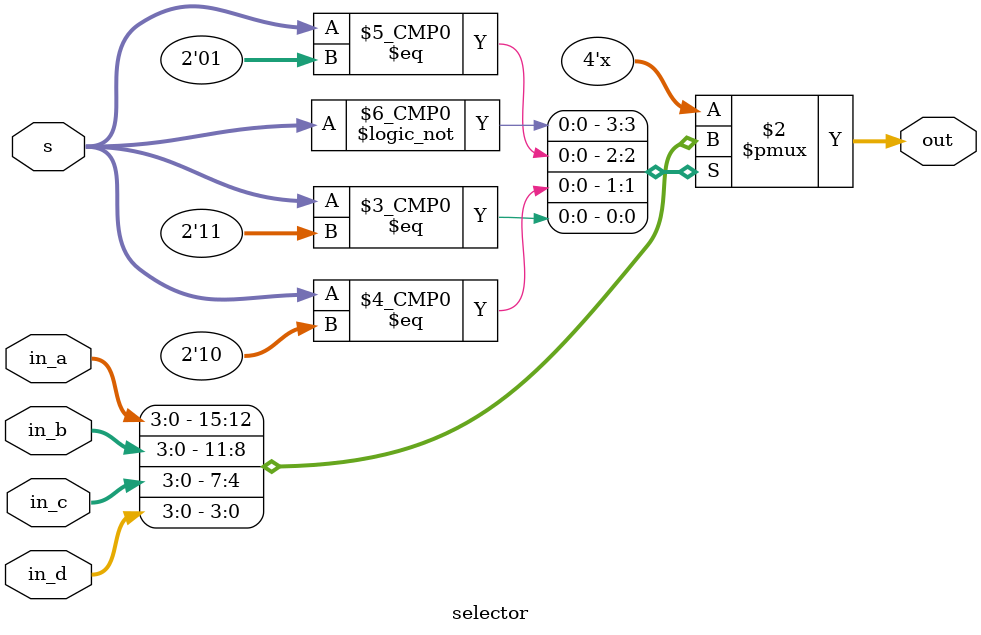
<source format=v>

module register_ff_4bit(in, out, ld, clk, rst);
    input [3:0] in;
    input ld, clk, rst;
    output [3:0] out;

    reg [3:0] out;
    always @(posedge clk or negedge rst) begin
        if (rst ==1'b0) begin
            out <= 4'b0000;
        end else begin 
            if (ld == 1'b1) begin
                out <= in;
            end else if (ld == 1'b0) begin
                out <= out;
            end
        end
    end
endmodule

module ff_1bit(in, out, clk, rst, pr);
    input in;
    input clk, rst, pr;
    output out;

    reg out;
    always @(posedge clk or negedge rst) begin
        if (rst == 1'b0) begin
            out <= 0;
        end else begin
            if (pr == 1'b0) begin
                out <= 1;
            end else begin
                out <= in;
            end
        end
    end
endmodule

module pc(in, out, ld, clk, rst, co);
    input [3:0] in;
    input ld, clk, rst;
    output [3:0] out;
    output co;

    reg [3:0] out;
    reg co;
    always @(posedge clk or negedge rst) begin
        if (rst == 1'b0) begin
            out <= 4'b0000;
            co <= 1'b0;
        end else if (out == 4'b1111) begin
            co <= 1'b1;
        end else begin
            if (ld == 1'b1) begin
                out <= in;
            end else if (ld == 1'b0) begin
                out <= out + 4'b0001;
            end
        end
    end
endmodule

module ALU_adder_4bit(in_a, in_b, out, ci, co);
    input [3:0] in_a, in_b;
    input ci;
    output [3:0] out;
    output co;

    reg [3:0] out;
    reg co;
    always @(in_a or in_b or ci) begin
        {co, out} <= in_a + in_b + ci;
    end
endmodule

module decoder(op, c_n, s, ld_n);
    input [3:0] op;
    input c_n;
    output [1:0] s;
    output [3:0] ld_n;

    reg [1:0] s;
    reg [3:0] ld_n;
    always @(op or c_n) begin
        s [1] <= op[1];
        s [0] <= op[0] | op[3];
        ld_n[0] <= op[2] | op[3];
        ld_n[1] <= op[3] | ~(op[2] & 1 & 1);
        ld_n[2] <= ~(1 & ~(op[2] & 1 & 1) & op[3]);
        ld_n[3] <= ~(op[2] & op[3] & (op[0] | c_n));
    end
endmodule

module selector(in_a, in_b, in_c, in_d, s, out);
    input [3:0] in_a, in_b, in_c, in_d;
    input [1:0] s;
    output [3:0] out;

    reg [3:0] out; 
    always @(in_a or in_b or in_c or in_d or s) begin
        case (s)
            2'b00: out <= in_a;
            2'b01: out <= in_b;
            2'b10: out <= in_c;
            2'b11: out <= in_d;
            default: out <= 1'bx;
        endcase
    end
endmodule
</source>
